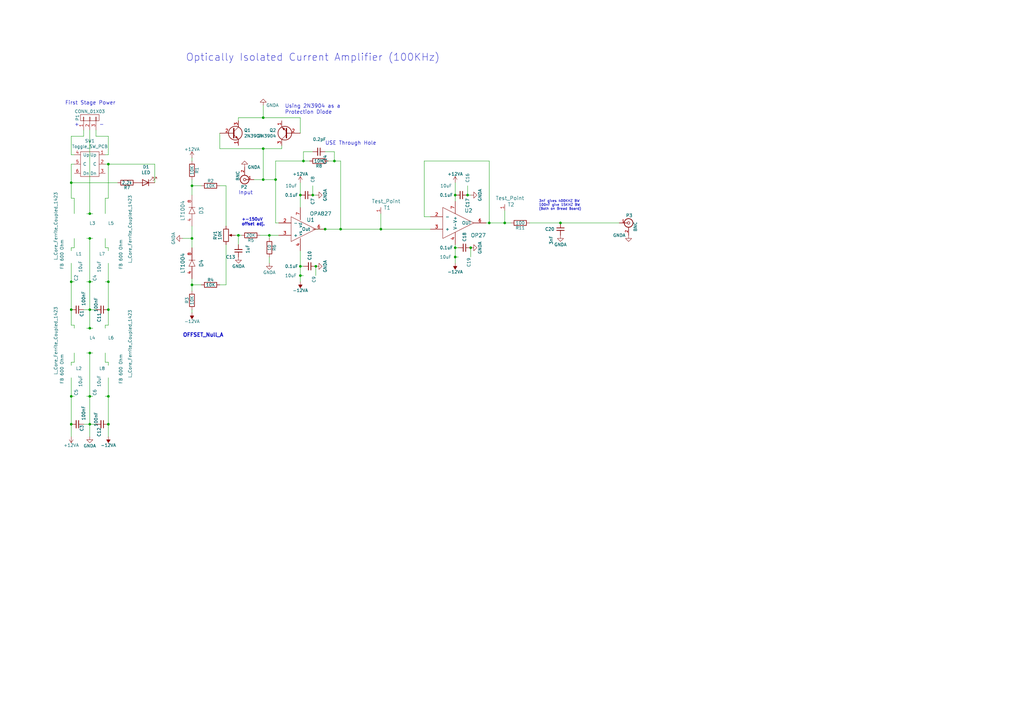
<source format=kicad_sch>
(kicad_sch (version 20211123) (generator eeschema)
  (paper "A3")
  (lib_symbols
    (symbol "Device:C_Small" (pin_numbers hide) (pin_names (offset 0.254) hide)
      (property "Reference" "C" (at 0.254 1.778 0))
      (property "Value" "C_Small" (at 0.254 -2.032 0))
      (symbol "C_Small_0_1"
        (polyline (pts (xy -1.524 -0.508) (xy 1.524 -0.508)) (stroke (width 0.3302)))
        (polyline (pts (xy -1.524 0.508) (xy 1.524 0.508)) (stroke (width 0.3048)))
      )
      (symbol "C_Small_1_1"
        (pin passive line (at 0 2.54 270) (length 2.032) (name "~") (number "1"))
        (pin passive line (at 0 -2.54 90) (length 2.032) (name "~") (number "2"))
      )
    )
    (symbol "Device:LED" (pin_numbers hide) (pin_names (offset 1.016) hide)
      (property "Reference" "D" (at 0 2.54 0))
      (property "Value" "LED" (at 0 -2.54 0))
      (symbol "LED_0_1"
        (polyline (pts (xy -1.27 -1.27) (xy -1.27 1.27)) (stroke (width 0.254)))
        (polyline (pts (xy -1.27 0) (xy 1.27 0)))
        (polyline (pts (xy 1.27 -1.27) (xy 1.27 1.27) (xy -1.27 0) (xy 1.27 -1.27)) (stroke (width 0.254)))
        (polyline (pts (xy -3.048 -0.762) (xy -4.572 -2.286) (xy -3.81 -2.286) (xy -4.572 -2.286) (xy -4.572 -1.524)))
        (polyline (pts (xy -1.778 -0.762) (xy -3.302 -2.286) (xy -2.54 -2.286) (xy -3.302 -2.286) (xy -3.302 -1.524)))
      )
      (symbol "LED_1_1"
        (pin passive line (at -3.81 0 0) (length 2.54) (name "K") (number "1"))
        (pin passive line (at 3.81 0 180) (length 2.54) (name "A") (number "2"))
      )
    )
    (symbol "Device:R" (pin_numbers hide) (pin_names (offset 0))
      (property "Reference" "R" (at 2.032 0 90))
      (property "Value" "R" (at 0 0 90))
      (symbol "R_0_1"
        (rectangle (start -1.016 -2.54) (end 1.016 2.54) (stroke (width 0.254)))
      )
      (symbol "R_1_1"
        (pin passive line (at 0 3.81 270) (length 1.27) (name "~") (number "1"))
        (pin passive line (at 0 -3.81 90) (length 1.27) (name "~") (number "2"))
      )
    )
    (symbol "LIB_TIA:LT1004" (pin_names (offset 1.016))
      (property "Reference" "D" (at 0 -3.81 0))
      (property "Value" "LT1004" (at 0 3.81 0))
      (symbol "LT1004_0_1"
        (polyline (pts (xy 1.27 1.27) (xy 1.27 -1.27) (xy 1.27 0) (xy -1.27 1.27) (xy -1.27 -1.27) (xy 1.27 0)))
      )
      (symbol "LT1004_1_1"
        (pin input line (at -6.35 0 0) (length 5.08) (name "~") (number "4"))
        (pin input line (at 6.35 0 180) (length 5.08) (name "~") (number "8"))
      )
    )
    (symbol "LIB_TIA:OP27" (pin_names (offset 1.016))
      (property "Reference" "U" (at 3.81 -3.81 0))
      (property "Value" "OP27" (at 3.81 5.08 0))
      (symbol "OP27_0_1"
        (polyline (pts (xy -5.08 6.35) (xy 7.62 0) (xy -5.08 -6.35) (xy -5.08 6.35)))
      )
      (symbol "OP27_1_1"
        (pin input line (at -10.16 2.54 0) (length 5.08) (name "-") (number "2"))
        (pin input line (at -10.16 -2.54 0) (length 5.08) (name "+") (number "3"))
        (pin input line (at 0 -8.89 90) (length 5.08) (name "V-") (number "4"))
        (pin input line (at 12.7 0 180) (length 5.08) (name "OUT") (number "6"))
        (pin input line (at 0 8.89 270) (length 5.08) (name "V+") (number "7"))
      )
    )
    (symbol "LIB_TIA:OPA827" (pin_names (offset 1.016))
      (property "Reference" "U" (at 3.81 3.81 0))
      (property "Value" "OPA827" (at 5.08 6.35 0))
      (symbol "OPA827_0_1"
        (polyline (pts (xy -3.81 5.08) (xy 6.35 0) (xy -3.81 -5.08) (xy -3.81 5.08)))
      )
      (symbol "OPA827_1_1"
        (pin input line (at -8.89 2.54 0) (length 5.08) (name "-") (number "2"))
        (pin input line (at -8.89 -2.54 0) (length 5.08) (name "+") (number "3"))
        (pin input line (at 0 -8.89 90) (length 5.08) (name "vs") (number "4"))
        (pin input line (at 10.16 0 180) (length 5.08) (name "Out") (number "6"))
        (pin input line (at 0 8.89 270) (length 5.08) (name "vd") (number "7"))
      )
    )
    (symbol "New_TIA-rescue:BNC" (pin_names (offset 1.016) hide)
      (property "Reference" "P" (at 0.254 3.048 0))
      (property "Value" "BNC" (at 2.794 -1.524 90))
      (symbol "BNC_0_1"
        (circle (center 0 0) (radius 0.508) (stroke (width 0.2032)))
        (circle (center 0 0) (radius 1.778) (stroke (width 0.3048)))
      )
      (symbol "BNC_1_1"
        (pin passive line (at -3.81 0 0) (length 3.302) (name "In") (number "1"))
        (pin passive line (at 0 -5.08 90) (length 3.302) (name "Ext") (number "2"))
      )
    )
    (symbol "New_TIA-rescue:CONN_01X03" (pin_names (offset 1.016) hide)
      (property "Reference" "P" (at 0 5.08 0))
      (property "Value" "CONN_01X03" (at 2.54 0 90))
      (symbol "CONN_01X03_0_1"
        (rectangle (start -1.27 -2.413) (end 0.254 -2.667))
        (rectangle (start -1.27 0.127) (end 0.254 -0.127))
        (rectangle (start -1.27 2.667) (end 0.254 2.413))
        (rectangle (start -1.27 3.81) (end 1.27 -3.81))
      )
      (symbol "CONN_01X03_1_1"
        (pin passive line (at -5.08 2.54 0) (length 3.81) (name "P1") (number "1"))
        (pin passive line (at -5.08 0 0) (length 3.81) (name "P2") (number "2"))
        (pin passive line (at -5.08 -2.54 0) (length 3.81) (name "P3") (number "3"))
      )
    )
    (symbol "New_TIA-rescue:POT" (pin_numbers hide) (pin_names (offset 1.016) hide)
      (property "Reference" "RV" (at -4.445 0 90))
      (property "Value" "POT" (at -2.54 0 90))
      (symbol "POT_0_1"
        (polyline (pts (xy 2.54 0) (xy 1.524 0)))
        (polyline (pts (xy 1.143 0) (xy 2.286 0.508) (xy 2.286 -0.508)) (fill (type outline)))
        (rectangle (start 1.016 2.54) (end -1.016 -2.54) (stroke (width 0.254)))
      )
      (symbol "POT_1_1"
        (pin passive line (at 0 3.81 270) (length 1.27) (name "1") (number "1"))
        (pin passive line (at 3.81 0 180) (length 1.27) (name "2") (number "2"))
        (pin passive line (at 0 -3.81 90) (length 1.27) (name "3") (number "3"))
      )
    )
    (symbol "New_TIA-rescue:Toggle_SW_PCB-YC_2021_Lib_V1" (pin_names (offset 1.016))
      (property "Reference" "SW" (at 0 -7.62 0))
      (property "Value" "Toggle_SW_PCB-YC_2021_Lib_V1" (at 0 6.35 0))
      (symbol "Toggle_SW_PCB-YC_2021_Lib_V1_0_1"
        (rectangle (start -3.81 3.81) (end 3.81 -6.35))
      )
      (symbol "Toggle_SW_PCB-YC_2021_Lib_V1_1_1"
        (pin input line (at 6.35 2.54 180) (length 2.54) (name "Up") (number "1"))
        (pin input line (at 6.35 -1.27 180) (length 2.54) (name "C") (number "2"))
        (pin input line (at 6.35 -5.08 180) (length 2.54) (name "Dn") (number "3"))
        (pin input line (at -6.35 2.54 0) (length 2.54) (name "Up") (number "4"))
        (pin input line (at -6.35 -1.27 0) (length 2.54) (name "C") (number "5"))
        (pin input line (at -6.35 -5.08 0) (length 2.54) (name "Dn") (number "6"))
      )
    )
    (symbol "Transistor_BJT:2N3904" (pin_names (offset 0) hide)
      (property "Reference" "Q" (at 5.08 1.905 0))
      (property "Value" "2N3904" (at 5.08 0 0))
      (symbol "2N3904_0_1"
        (polyline (pts (xy 0.635 0.635) (xy 2.54 2.54)))
        (polyline (pts (xy 0.635 -0.635) (xy 2.54 -2.54) (xy 2.54 -2.54)))
        (polyline (pts (xy 0.635 1.905) (xy 0.635 -1.905) (xy 0.635 -1.905)) (stroke (width 0.508)))
        (polyline (pts (xy 1.27 -1.778) (xy 1.778 -1.27) (xy 2.286 -2.286) (xy 1.27 -1.778) (xy 1.27 -1.778)) (fill (type outline)))
        (circle (center 1.27 0) (radius 2.8194) (stroke (width 0.254)))
      )
      (symbol "2N3904_1_1"
        (pin passive line (at 2.54 -5.08 90) (length 2.54) (name "E") (number "1"))
        (pin passive line (at -5.08 0 0) (length 5.715) (name "B") (number "2"))
        (pin passive line (at 2.54 5.08 270) (length 2.54) (name "C") (number "3"))
      )
    )
    (symbol "YC_2021_Lib_V1:Test_Point" (pin_names (offset 1.016))
      (property "Reference" "T" (at 0 -2.54 0))
      (property "Value" "Test_Point" (at 0 2.54 0))
      (symbol "Test_Point_1_1"
        (pin input line (at 0 0 0) (length 2.54) (name "~") (number "1"))
      )
    )
    (symbol "power:+12VA" (power) (pin_names (offset 0))
      (property "Value" "+12VA" (at 0 3.556 0))
      (symbol "+12VA_0_1"
        (polyline (pts (xy -0.762 1.27) (xy 0 2.54)))
        (polyline (pts (xy 0 0) (xy 0 2.54)))
        (polyline (pts (xy 0 2.54) (xy 0.762 1.27)))
      )
      (symbol "+12VA_1_1"
        (pin power_in line (at 0 0 90) (length 0) hide (name "+12VA") (number "1"))
      )
    )
    (symbol "power:-12VA" (power) (pin_names (offset 0))
      (property "Value" "-12VA" (at 0 3.556 0))
      (symbol "-12VA_0_0"
        (pin power_in line (at 0 0 90) (length 0) hide (name "-12VA") (number "1"))
      )
      (symbol "-12VA_0_1"
        (polyline (pts (xy 0 0) (xy 0 1.27) (xy 0.762 1.27) (xy 0 2.54) (xy -0.762 1.27) (xy 0 1.27)) (fill (type outline)))
      )
    )
    (symbol "power:GNDA" (power) (pin_names (offset 0))
      (property "Value" "GNDA" (at 0 -3.81 0))
      (symbol "GNDA_0_1"
        (polyline (pts (xy 0 0) (xy 0 -1.27) (xy 1.27 -1.27) (xy 0 -2.54) (xy -1.27 -1.27) (xy 0 -1.27)))
      )
      (symbol "GNDA_1_1"
        (pin power_in line (at 0 0 270) (length 0) hide (name "GNDA") (number "1"))
      )
    )
  )
  (junction (at 186.69 105.41))
  (junction (at 107.95 73.66))
  (junction (at 186.69 80.01))
  (junction (at 113.03 73.66))
  (junction (at 29.21 173.99))
  (junction (at 36.83 115.57))
  (junction (at 193.04 101.6))
  (junction (at 44.45 115.57))
  (junction (at 229.87 91.44))
  (junction (at 200.66 91.44))
  (junction (at 139.7 93.98))
  (junction (at 78.74 97.79))
  (junction (at 36.83 144.78))
  (junction (at 36.83 127))
  (junction (at 123.19 80.01))
  (junction (at 97.79 96.52))
  (junction (at 44.45 162.56))
  (junction (at 129.54 109.22))
  (junction (at 107.95 60.96))
  (junction (at 133.35 93.98))
  (junction (at 207.01 91.44))
  (junction (at 137.16 66.04))
  (junction (at 110.49 96.52))
  (junction (at 156.21 93.98))
  (junction (at 123.19 109.22))
  (junction (at 107.95 48.26))
  (junction (at 44.45 67.31))
  (junction (at 78.74 116.84))
  (junction (at 186.69 101.6))
  (junction (at 128.27 80.01))
  (junction (at 44.45 173.99))
  (junction (at 123.19 113.03))
  (junction (at 36.83 134.62))
  (junction (at 29.21 127))
  (junction (at 36.83 173.99))
  (junction (at 36.83 87.63))
  (junction (at 29.21 115.57))
  (junction (at 78.74 76.2))
  (junction (at 36.83 97.79))
  (junction (at 29.21 162.56))
  (junction (at 36.83 162.56))
  (junction (at 191.77 80.01))
  (junction (at 124.46 66.04))
  (junction (at 44.45 127))
  (junction (at 29.21 74.93))
  (wire (pts (xy 43.18 148.59) (xy 44.45 148.59)))
  (wire (pts (xy 44.45 162.56) (xy 44.45 173.99)))
  (wire (pts (xy 123.19 102.87) (xy 123.19 109.22)))
  (wire (pts (xy 30.48 133.35) (xy 30.48 134.62)))
  (wire (pts (xy 176.53 88.9) (xy 173.99 88.9)))
  (wire (pts (xy 36.83 162.56) (xy 36.83 173.99)))
  (wire (pts (xy 43.18 144.78) (xy 43.18 148.59)))
  (wire (pts (xy 30.48 81.28) (xy 29.21 81.28)))
  (wire (pts (xy 35.56 87.63) (xy 36.83 87.63)))
  (wire (pts (xy 36.83 162.56) (xy 38.1 162.56)))
  (wire (pts (xy 104.14 73.66) (xy 107.95 73.66)))
  (wire (pts (xy 110.49 96.52) (xy 114.3 96.52)))
  (wire (pts (xy 107.95 73.66) (xy 113.03 73.66)))
  (wire (pts (xy 199.39 91.44) (xy 200.66 91.44)))
  (wire (pts (xy 35.56 162.56) (xy 36.83 162.56)))
  (wire (pts (xy 186.69 74.93) (xy 186.69 80.01)))
  (wire (pts (xy 29.21 107.95) (xy 29.21 115.57)))
  (wire (pts (xy 78.74 76.2) (xy 78.74 80.01)))
  (wire (pts (xy 35.56 115.57) (xy 36.83 115.57)))
  (wire (pts (xy 97.79 48.26) (xy 107.95 48.26)))
  (wire (pts (xy 115.57 59.69) (xy 115.57 60.96)))
  (wire (pts (xy 29.21 162.56) (xy 29.21 173.99)))
  (wire (pts (xy 29.21 148.59) (xy 29.21 149.86)))
  (wire (pts (xy 113.03 73.66) (xy 113.03 91.44)))
  (wire (pts (xy 35.56 134.62) (xy 36.83 134.62)))
  (wire (pts (xy 137.16 62.23) (xy 137.16 66.04)))
  (wire (pts (xy 191.77 76.2) (xy 191.77 80.01)))
  (wire (pts (xy 30.48 97.79) (xy 30.48 101.6)))
  (wire (pts (xy 39.37 55.88) (xy 44.45 55.88)))
  (wire (pts (xy 123.19 109.22) (xy 124.46 109.22)))
  (wire (pts (xy 30.48 162.56) (xy 29.21 162.56)))
  (wire (pts (xy 44.45 173.99) (xy 44.45 179.07)))
  (wire (pts (xy 44.45 63.5) (xy 43.18 63.5)))
  (wire (pts (xy 44.45 148.59) (xy 44.45 149.86)))
  (wire (pts (xy 44.45 107.95) (xy 44.45 115.57)))
  (wire (pts (xy 29.21 67.31) (xy 29.21 74.93)))
  (wire (pts (xy 115.57 60.96) (xy 107.95 60.96)))
  (wire (pts (xy 63.5 67.31) (xy 63.5 74.93)))
  (wire (pts (xy 129.54 113.03) (xy 129.54 109.22)))
  (wire (pts (xy 124.46 62.23) (xy 124.46 66.04)))
  (wire (pts (xy 96.52 96.52) (xy 97.79 96.52)))
  (wire (pts (xy 123.19 113.03) (xy 124.46 113.03)))
  (wire (pts (xy 36.83 53.34) (xy 36.83 87.63)))
  (wire (pts (xy 90.17 54.61) (xy 90.17 60.96)))
  (wire (pts (xy 29.21 127) (xy 29.21 133.35)))
  (wire (pts (xy 123.19 74.93) (xy 123.19 80.01)))
  (wire (pts (xy 78.74 116.84) (xy 78.74 119.38)))
  (wire (pts (xy 35.56 97.79) (xy 36.83 97.79)))
  (wire (pts (xy 128.27 62.23) (xy 124.46 62.23)))
  (wire (pts (xy 128.27 76.2) (xy 128.27 80.01)))
  (wire (pts (xy 217.17 91.44) (xy 229.87 91.44)))
  (wire (pts (xy 107.95 48.26) (xy 123.19 48.26)))
  (wire (pts (xy 107.95 60.96) (xy 107.95 73.66)))
  (wire (pts (xy 92.71 76.2) (xy 92.71 92.71)))
  (wire (pts (xy 35.56 144.78) (xy 36.83 144.78)))
  (wire (pts (xy 43.18 97.79) (xy 43.18 101.6)))
  (wire (pts (xy 34.29 55.88) (xy 34.29 53.34)))
  (wire (pts (xy 29.21 133.35) (xy 30.48 133.35)))
  (wire (pts (xy 123.19 48.26) (xy 123.19 54.61)))
  (wire (pts (xy 43.18 67.31) (xy 44.45 67.31)))
  (wire (pts (xy 90.17 76.2) (xy 92.71 76.2)))
  (wire (pts (xy 43.18 81.28) (xy 44.45 81.28)))
  (wire (pts (xy 30.48 148.59) (xy 29.21 148.59)))
  (wire (pts (xy 229.87 91.44) (xy 254 91.44)))
  (wire (pts (xy 29.21 101.6) (xy 29.21 102.87)))
  (wire (pts (xy 78.74 97.79) (xy 78.74 101.6)))
  (wire (pts (xy 186.69 105.41) (xy 186.69 107.95)))
  (wire (pts (xy 173.99 66.04) (xy 200.66 66.04)))
  (wire (pts (xy 30.48 101.6) (xy 29.21 101.6)))
  (wire (pts (xy 78.74 76.2) (xy 82.55 76.2)))
  (wire (pts (xy 186.69 100.33) (xy 186.69 101.6)))
  (wire (pts (xy 92.71 116.84) (xy 92.71 100.33)))
  (wire (pts (xy 43.18 115.57) (xy 44.45 115.57)))
  (wire (pts (xy 90.17 116.84) (xy 92.71 116.84)))
  (wire (pts (xy 48.26 74.93) (xy 29.21 74.93)))
  (wire (pts (xy 29.21 55.88) (xy 29.21 63.5)))
  (wire (pts (xy 193.04 105.41) (xy 193.04 101.6)))
  (wire (pts (xy 36.83 127) (xy 36.83 134.62)))
  (wire (pts (xy 207.01 91.44) (xy 209.55 91.44)))
  (wire (pts (xy 200.66 66.04) (xy 200.66 91.44)))
  (wire (pts (xy 128.27 80.01) (xy 129.54 80.01)))
  (wire (pts (xy 129.54 93.98) (xy 133.35 93.98)))
  (wire (pts (xy 29.21 173.99) (xy 29.21 179.07)))
  (wire (pts (xy 36.83 97.79) (xy 36.83 115.57)))
  (wire (pts (xy 43.18 101.6) (xy 44.45 101.6)))
  (wire (pts (xy 134.62 66.04) (xy 137.16 66.04)))
  (wire (pts (xy 30.48 115.57) (xy 29.21 115.57)))
  (wire (pts (xy 44.45 67.31) (xy 44.45 81.28)))
  (wire (pts (xy 97.79 96.52) (xy 99.06 96.52)))
  (wire (pts (xy 133.35 62.23) (xy 137.16 62.23)))
  (wire (pts (xy 44.45 133.35) (xy 43.18 133.35)))
  (wire (pts (xy 186.69 101.6) (xy 187.96 101.6)))
  (wire (pts (xy 30.48 144.78) (xy 30.48 148.59)))
  (wire (pts (xy 78.74 116.84) (xy 82.55 116.84)))
  (wire (pts (xy 110.49 105.41) (xy 110.49 107.95)))
  (wire (pts (xy 29.21 115.57) (xy 29.21 127)))
  (wire (pts (xy 36.83 173.99) (xy 36.83 179.07)))
  (wire (pts (xy 186.69 105.41) (xy 187.96 105.41)))
  (wire (pts (xy 191.77 80.01) (xy 193.04 80.01)))
  (wire (pts (xy 30.48 67.31) (xy 29.21 67.31)))
  (wire (pts (xy 44.45 67.31) (xy 63.5 67.31)))
  (wire (pts (xy 139.7 93.98) (xy 156.21 93.98)))
  (wire (pts (xy 34.29 173.99) (xy 36.83 173.99)))
  (wire (pts (xy 186.69 101.6) (xy 186.69 105.41)))
  (wire (pts (xy 78.74 73.66) (xy 78.74 76.2)))
  (wire (pts (xy 29.21 63.5) (xy 30.48 63.5)))
  (wire (pts (xy 43.18 162.56) (xy 44.45 162.56)))
  (wire (pts (xy 39.37 53.34) (xy 39.37 55.88)))
  (wire (pts (xy 113.03 66.04) (xy 113.03 73.66)))
  (wire (pts (xy 44.45 55.88) (xy 44.45 63.5)))
  (wire (pts (xy 36.83 115.57) (xy 36.83 127)))
  (wire (pts (xy 43.18 87.63) (xy 43.18 81.28)))
  (wire (pts (xy 186.69 80.01) (xy 186.69 82.55)))
  (wire (pts (xy 44.45 127) (xy 44.45 133.35)))
  (wire (pts (xy 74.93 97.79) (xy 78.74 97.79)))
  (wire (pts (xy 29.21 154.94) (xy 29.21 162.56)))
  (wire (pts (xy 200.66 91.44) (xy 207.01 91.44)))
  (wire (pts (xy 36.83 144.78) (xy 36.83 162.56)))
  (wire (pts (xy 29.21 74.93) (xy 29.21 81.28)))
  (wire (pts (xy 139.7 66.04) (xy 139.7 93.98)))
  (wire (pts (xy 30.48 81.28) (xy 30.48 87.63)))
  (wire (pts (xy 78.74 64.77) (xy 78.74 66.04)))
  (wire (pts (xy 123.19 80.01) (xy 123.19 85.09)))
  (wire (pts (xy 78.74 128.27) (xy 78.74 127)))
  (wire (pts (xy 137.16 66.04) (xy 139.7 66.04)))
  (wire (pts (xy 173.99 88.9) (xy 173.99 66.04)))
  (wire (pts (xy 90.17 60.96) (xy 107.95 60.96)))
  (wire (pts (xy 44.45 154.94) (xy 44.45 162.56)))
  (wire (pts (xy 123.19 113.03) (xy 123.19 115.57)))
  (wire (pts (xy 36.83 144.78) (xy 38.1 144.78)))
  (wire (pts (xy 36.83 134.62) (xy 38.1 134.62)))
  (wire (pts (xy 36.83 97.79) (xy 38.1 97.79)))
  (wire (pts (xy 207.01 86.36) (xy 207.01 91.44)))
  (wire (pts (xy 123.19 109.22) (xy 123.19 113.03)))
  (wire (pts (xy 36.83 87.63) (xy 38.1 87.63)))
  (wire (pts (xy 34.29 127) (xy 36.83 127)))
  (wire (pts (xy 97.79 100.33) (xy 97.79 96.52)))
  (wire (pts (xy 36.83 115.57) (xy 38.1 115.57)))
  (wire (pts (xy 36.83 127) (xy 39.37 127)))
  (wire (pts (xy 133.35 93.98) (xy 139.7 93.98)))
  (wire (pts (xy 34.29 55.88) (xy 29.21 55.88)))
  (wire (pts (xy 107.95 43.18) (xy 107.95 48.26)))
  (wire (pts (xy 97.79 49.53) (xy 97.79 48.26)))
  (wire (pts (xy 113.03 66.04) (xy 124.46 66.04)))
  (wire (pts (xy 156.21 87.63) (xy 156.21 93.98)))
  (wire (pts (xy 124.46 66.04) (xy 127 66.04)))
  (wire (pts (xy 43.18 133.35) (xy 43.18 134.62)))
  (wire (pts (xy 106.68 96.52) (xy 110.49 96.52)))
  (wire (pts (xy 44.45 115.57) (xy 44.45 127)))
  (wire (pts (xy 113.03 91.44) (xy 114.3 91.44)))
  (wire (pts (xy 110.49 96.52) (xy 110.49 97.79)))
  (wire (pts (xy 156.21 93.98) (xy 176.53 93.98)))
  (wire (pts (xy 78.74 92.71) (xy 78.74 97.79)))
  (wire (pts (xy 44.45 101.6) (xy 44.45 102.87)))
  (wire (pts (xy 36.83 173.99) (xy 39.37 173.99)))
  (wire (pts (xy 78.74 114.3) (xy 78.74 116.84)))
  (text "Using 2N3904 as a \nProtection Diode" (at 116.84 46.99 0) (effects (font (size 1.524 1.524)) (justify left bottom)))
  (text "3nF gives 400KHZ BW \n100nF give 15KHZ BW\n(Both on Bread Board)" (at 220.98 86.36 0) (effects (font (size 0.9906 0.9906)) (justify left bottom)))
  (text "Input" (at 97.79 80.01 0) (effects (font (size 1.524 1.524)) (justify left bottom)))
  (text "Optically Isolated Current Amplifier (100KHz)" (at 76.2 25.4 0) (effects (font (size 2.9972 2.9972)) (justify left bottom)))
  (text "+" (at 30.48 52.07 0) (effects (font (size 1.524 1.524)) (justify left bottom)))
  (text "+-150uV \noffset adj." (at 99.06 92.71 0) (effects (font (size 1.1938 1.1938) (thickness 0.2388) bold) (justify left bottom)))
  (text "OFFSET_Null_A" (at 74.93 138.43 0) (effects (font (size 1.524 1.524) (thickness 0.3048) bold) (justify left bottom)))
  (text "First Stage Power" (at 26.67 43.18 0) (effects (font (size 1.524 1.524)) (justify left bottom)))
  (text "-" (at 40.64 52.07 0) (effects (font (size 1.524 1.524)) (justify left bottom)))
  (text "USE Through Hole" (at 133.35 59.69 0) (effects (font (size 1.524 1.524)) (justify left bottom)))
  (symbol (lib_id "New_TIA-rescue:POT") (at 92.71 96.52 0) (unit 1)
    (property "Reference" "RV1" (at 88.265 96.52 90))
    (property "Value" "10K" (at 90.17 96.52 90))
    (property "Footprint" "Potentiometer_THT:Potentiometer_Bourns_3296X_Horizontal" (effects hide))
  )
  (symbol (lib_id "Device:R") (at 86.36 76.2 90) (unit 1)
    (property "Reference" "R2" (at 86.36 74.168 90))
    (property "Value" "10K" (at 86.36 76.2 90))
    (property "Footprint" "Resistor_SMD:R_0805_2012Metric" (effects hide))
  )
  (symbol (lib_id "Device:R") (at 86.36 116.84 90) (unit 1)
    (property "Reference" "R4" (at 86.36 114.808 90))
    (property "Value" "10K" (at 86.36 116.84 90))
    (property "Footprint" "Resistor_SMD:R_0805_2012Metric" (effects hide))
  )
  (symbol (lib_id "New_TIA-rescue:CONN_01X03") (at 36.83 48.26 90) (unit 1)
    (property "Reference" "P1" (at 31.75 48.26 0))
    (property "Value" "CONN_01X03" (at 36.83 45.72 90))
    (property "Footprint" "Connector_PinHeader_2.54mm:PinHeader_1x03_P2.54mm_Vertical" (effects hide))
  )
  (symbol (lib_id "New_TIA-rescue:CP1_Small-Device") (at 33.02 115.57 90) (unit 1)
    (property "Reference" "C2" (at 31.242 115.316 0) (effects (justify left)))
    (property "Value" "10uF" (at 33.02 111.76 0) (effects (justify left)))
    (property "Footprint" "YC_FootPrint_2021_v1:C_1210_POL_Mine" (effects hide))
  )
  (symbol (lib_id "New_TIA-rescue:CP1_Small-Device") (at 40.64 115.57 90) (unit 1)
    (property "Reference" "C4" (at 38.862 115.316 0) (effects (justify left)))
    (property "Value" "10uF" (at 40.64 111.76 0) (effects (justify left)))
    (property "Footprint" "YC_FootPrint_2021_v1:C_1210_POL_Mine" (effects hide))
  )
  (symbol (lib_id "power:+12VA") (at 78.74 64.77 0) (unit 1)
    (property "Reference" "#PWR04" (effects hide))
    (property "Value" "+12VA" (at 78.74 61.214 0))
  )
  (symbol (lib_id "power:-12VA") (at 78.74 128.27 180) (unit 1)
    (property "Reference" "#PWR05" (effects hide))
    (property "Value" "-12VA" (at 78.74 131.826 0))
  )
  (symbol (lib_id "power:GNDA") (at 74.93 97.79 270) (unit 1)
    (property "Reference" "#PWR06" (effects hide))
    (property "Value" "GNDA" (at 71.12 97.79 0))
  )
  (symbol (lib_id "Device:R") (at 102.87 96.52 270) (unit 1)
    (property "Reference" "R5" (at 102.87 98.552 90))
    (property "Value" "20K" (at 102.87 96.52 90))
    (property "Footprint" "Resistor_SMD:R_1206_3216Metric" (effects hide))
  )
  (symbol (lib_id "Device:R") (at 110.49 101.6 0) (unit 1)
    (property "Reference" "R6" (at 112.522 101.6 90))
    (property "Value" "10" (at 110.49 101.6 90))
    (property "Footprint" "Resistor_SMD:R_1206_3216Metric" (effects hide))
  )
  (symbol (lib_id "power:GNDA") (at 110.49 107.95 0) (unit 1)
    (property "Reference" "#PWR08" (effects hide))
    (property "Value" "GNDA" (at 110.49 111.76 0))
  )
  (symbol (lib_id "New_TIA-rescue:BNC") (at 100.33 73.66 180) (unit 1)
    (property "Reference" "P2" (at 100.076 76.708 0))
    (property "Value" "BNC" (at 97.536 72.136 90))
    (property "Footprint" "YC_FootPrint_2021_v1:BNC_PCB_90degree" (effects hide))
  )
  (symbol (lib_id "power:GNDA") (at 129.54 80.01 90) (unit 1)
    (property "Reference" "#PWR09" (effects hide))
    (property "Value" "GNDA" (at 133.35 80.01 0))
  )
  (symbol (lib_id "Device:C_Small") (at 125.73 80.01 270) (unit 1)
    (property "Reference" "C7" (at 128.27 81.28 0) (effects (justify left)))
    (property "Value" "0.1uF" (at 116.84 80.01 90) (effects (justify left)))
    (property "Footprint" "Capacitor_SMD:C_0805_2012Metric" (effects hide))
  )
  (symbol (lib_id "New_TIA-rescue:CP1_Small-Device") (at 127 113.03 270) (unit 1)
    (property "Reference" "C9" (at 128.778 113.284 0) (effects (justify left)))
    (property "Value" "10uF" (at 116.84 113.03 90) (effects (justify left)))
    (property "Footprint" "YC_FootPrint_2021_v1:C_1210_POL_Mine" (effects hide))
  )
  (symbol (lib_id "New_TIA-rescue:CP1_Small-Device") (at 125.73 76.2 90) (unit 1)
    (property "Reference" "C8" (at 128.27 74.93 0) (effects (justify left)))
    (property "Value" "10uF" (at 121.92 76.2 90) (effects (justify left)))
    (property "Footprint" "YC_FootPrint_2021_v1:C_1210_POL_Mine" (effects hide))
  )
  (symbol (lib_id "Device:C_Small") (at 127 109.22 270) (unit 1)
    (property "Reference" "C10" (at 127 102.87 0) (effects (justify left)))
    (property "Value" "0.1uF" (at 116.84 109.22 90) (effects (justify left)))
    (property "Footprint" "Capacitor_SMD:C_0805_2012Metric" (effects hide))
  )
  (symbol (lib_id "power:GNDA") (at 129.54 109.22 90) (unit 1)
    (property "Reference" "#PWR010" (effects hide))
    (property "Value" "GNDA" (at 133.35 109.22 0))
  )
  (symbol (lib_id "power:+12VA") (at 123.19 74.93 0) (unit 1)
    (property "Reference" "#PWR011" (effects hide))
    (property "Value" "+12VA" (at 123.19 71.374 0))
  )
  (symbol (lib_id "power:-12VA") (at 123.19 115.57 180) (unit 1)
    (property "Reference" "#PWR012" (effects hide))
    (property "Value" "-12VA" (at 123.19 119.126 0))
  )
  (symbol (lib_id "Device:R") (at 78.74 123.19 180) (unit 1)
    (property "Reference" "R3" (at 76.708 123.19 90))
    (property "Value" "10K" (at 78.74 123.19 90))
    (property "Footprint" "Resistor_SMD:R_0805_2012Metric" (effects hide))
  )
  (symbol (lib_id "Device:R") (at 78.74 69.85 0) (unit 1)
    (property "Reference" "R1" (at 80.772 69.85 90))
    (property "Value" "10K" (at 78.74 69.85 90))
    (property "Footprint" "Resistor_SMD:R_0805_2012Metric" (effects hide))
  )
  (symbol (lib_id "power:GNDA") (at 100.33 68.58 180) (unit 1)
    (property "Reference" "#PWR014" (effects hide))
    (property "Value" "GNDA" (at 104.14 68.58 0))
  )
  (symbol (lib_id "LIB_TIA:LT1004") (at 78.74 86.36 90) (unit 1)
    (property "Reference" "D3" (at 82.55 86.36 0) (effects (font (size 1.524 1.524))))
    (property "Value" "LT1004" (at 74.93 86.36 0) (effects (font (size 1.524 1.524))))
    (property "Footprint" "Package_SO:SOIC-8_3.9x4.9mm_P1.27mm" (effects hide))
  )
  (symbol (lib_id "LIB_TIA:LT1004") (at 78.74 107.95 90) (unit 1)
    (property "Reference" "D4" (at 82.55 107.95 0) (effects (font (size 1.524 1.524))))
    (property "Value" "LT1004" (at 74.93 107.95 0) (effects (font (size 1.524 1.524))))
    (property "Footprint" "Package_SO:SOIC-8_3.9x4.9mm_P1.27mm" (effects hide))
  )
  (symbol (lib_id "power:GNDA") (at 107.95 43.18 180) (unit 1)
    (property "Reference" "#PWR036" (effects hide))
    (property "Value" "GNDA" (at 111.76 43.18 0))
  )
  (symbol (lib_id "Device:R") (at 130.81 66.04 270) (unit 1)
    (property "Reference" "R8" (at 130.81 68.072 90))
    (property "Value" "10M" (at 130.81 66.04 90))
    (property "Footprint" "Resistor_THT:R_Box_L13.0mm_W4.0mm_P9.00mm" (effects hide))
  )
  (symbol (lib_id "Device:C_Small") (at 130.81 62.23 270) (unit 1)
    (property "Reference" "C14" (at 133.35 63.5 0) (effects (justify left)))
    (property "Value" "0.2pF" (at 128.27 57.15 90) (effects (justify left)))
    (property "Footprint" "Capacitor_SMD:C_1206_3216Metric" (effects hide))
  )
  (symbol (lib_id "New_TIA-rescue:Ferrite_Bead_Small-Device") (at 44.45 105.41 0) (unit 1)
    (property "Reference" "L7" (at 40.64 104.14 0) (effects (justify left)))
    (property "Value" "FB 600 Ohm" (at 49.53 110.49 90) (effects (justify left)))
    (property "Footprint" "Resistor_SMD:R_0805_2012Metric" (effects hide))
  )
  (symbol (lib_id "New_TIA-rescue:Ferrite_Bead_Small-Device") (at 29.21 105.41 0) (unit 1)
    (property "Reference" "L1" (at 31.115 104.14 0) (effects (justify left)))
    (property "Value" "FB 600 Ohm" (at 25.4 110.49 90) (effects (justify left)))
    (property "Footprint" "Resistor_SMD:R_0805_2012Metric" (effects hide))
  )
  (symbol (lib_id "Device:C_Small") (at 41.91 127 270) (unit 1)
    (property "Reference" "C11" (at 40.64 128.27 0) (effects (justify left)))
    (property "Value" "100nF" (at 39.37 121.92 0) (effects (justify left)))
    (property "Footprint" "Capacitor_SMD:C_0805_2012Metric" (effects hide))
  )
  (symbol (lib_id "Device:C_Small") (at 31.75 127 270) (unit 1)
    (property "Reference" "C1" (at 33.528 127.254 0) (effects (justify left)))
    (property "Value" "100nF" (at 34.29 119.38 0) (effects (justify left)))
    (property "Footprint" "Capacitor_SMD:C_0805_2012Metric" (effects hide))
  )
  (symbol (lib_id "New_TIA-rescue:L_Core_Ferrite_Coupled_1423-Device") (at 33.02 92.71 270) (unit 1)
    (property "Reference" "L3" (at 36.6776 91.5416 90) (effects (justify left)))
    (property "Value" "L_Core_Ferrite_Coupled_1423" (at 22.86 78.74 0) (effects (justify left)))
    (property "Footprint" "YC_FootPrint_2021_v1:Murata_Choke_1423" (effects hide))
  )
  (symbol (lib_id "New_TIA-rescue:L_Core_Ferrite_Coupled_1423-Device") (at 40.64 92.71 270) (unit 1)
    (property "Reference" "L5" (at 44.2976 91.5416 90) (effects (justify left)))
    (property "Value" "L_Core_Ferrite_Coupled_1423" (at 53.34 80.01 0) (effects (justify left)))
    (property "Footprint" "YC_FootPrint_2021_v1:Murata_Choke_1423" (effects hide))
  )
  (symbol (lib_id "LIB_TIA:OP27") (at 186.69 91.44 0) (unit 1)
    (property "Reference" "U2" (at 190.5 86.36 0) (effects (font (size 1.524 1.524)) (justify left)))
    (property "Value" "OP27" (at 193.04 96.52 0) (effects (font (size 1.524 1.524)) (justify left)))
    (property "Footprint" "Package_SO:SOIC-8_3.9x4.9mm_P1.27mm" (effects hide))
  )
  (symbol (lib_id "Device:C_Small") (at 97.79 102.87 180) (unit 1)
    (property "Reference" "C13" (at 96.52 105.41 0) (effects (justify left)))
    (property "Value" "1uF" (at 101.6 100.33 90) (effects (justify left)))
    (property "Footprint" "Capacitor_SMD:C_1206_3216Metric" (effects hide))
  )
  (symbol (lib_id "power:GNDA") (at 97.79 105.41 0) (unit 1)
    (property "Reference" "#PWR0101" (effects hide))
    (property "Value" "GNDA" (at 97.79 109.22 0))
  )
  (symbol (lib_id "power:GNDA") (at 193.04 80.01 90) (unit 1)
    (property "Reference" "#PWR0102" (effects hide))
    (property "Value" "GNDA" (at 196.85 80.01 0))
  )
  (symbol (lib_id "Device:C_Small") (at 189.23 80.01 270) (unit 1)
    (property "Reference" "C17" (at 191.77 81.28 0) (effects (justify left)))
    (property "Value" "0.1uF" (at 180.34 80.01 90) (effects (justify left)))
    (property "Footprint" "Capacitor_SMD:C_0805_2012Metric" (effects hide))
  )
  (symbol (lib_id "New_TIA-rescue:CP1_Small-Device") (at 189.23 76.2 90) (unit 1)
    (property "Reference" "C16" (at 191.77 74.93 0) (effects (justify left)))
    (property "Value" "10uF" (at 185.42 76.2 90) (effects (justify left)))
    (property "Footprint" "YC_FootPrint_2021_v1:C_1210_POL_Mine" (effects hide))
  )
  (symbol (lib_id "power:+12VA") (at 186.69 74.93 0) (unit 1)
    (property "Reference" "#PWR0103" (effects hide))
    (property "Value" "+12VA" (at 186.69 71.374 0))
  )
  (symbol (lib_id "New_TIA-rescue:CP1_Small-Device") (at 190.5 105.41 270) (unit 1)
    (property "Reference" "C19" (at 192.278 105.664 0) (effects (justify left)))
    (property "Value" "10uF" (at 180.34 105.41 90) (effects (justify left)))
    (property "Footprint" "YC_FootPrint_2021_v1:C_1210_POL_Mine" (effects hide))
  )
  (symbol (lib_id "Device:C_Small") (at 190.5 101.6 270) (unit 1)
    (property "Reference" "C18" (at 190.5 95.25 0) (effects (justify left)))
    (property "Value" "0.1uF" (at 180.34 101.6 90) (effects (justify left)))
    (property "Footprint" "Capacitor_SMD:C_0805_2012Metric" (effects hide))
  )
  (symbol (lib_id "power:GNDA") (at 193.04 101.6 90) (unit 1)
    (property "Reference" "#PWR0106" (effects hide))
    (property "Value" "GNDA" (at 196.85 101.6 0))
  )
  (symbol (lib_id "power:-12VA") (at 186.69 107.95 180) (unit 1)
    (property "Reference" "#PWR0104" (effects hide))
    (property "Value" "-12VA" (at 186.69 111.506 0))
  )
  (symbol (lib_id "Device:C_Small") (at 229.87 93.98 0) (unit 1)
    (property "Reference" "C20" (at 223.52 93.98 0) (effects (justify left)))
    (property "Value" "3nF" (at 226.06 100.33 90) (effects (justify left)))
    (property "Footprint" "Capacitor_SMD:C_0805_2012Metric" (effects hide))
  )
  (symbol (lib_id "New_TIA-rescue:BNC") (at 257.81 91.44 0) (unit 1)
    (property "Reference" "P3" (at 258.064 88.392 0))
    (property "Value" "BNC" (at 260.604 92.964 90))
    (property "Footprint" "YC_FootPrint_2021_v1:BNC_PCB_90degree" (effects hide))
  )
  (symbol (lib_id "power:GNDA") (at 229.87 96.52 0) (unit 1)
    (property "Reference" "#PWR0108" (effects hide))
    (property "Value" "GNDA" (at 229.87 100.33 0))
  )
  (symbol (lib_id "power:GNDA") (at 257.81 96.52 0) (unit 1)
    (property "Reference" "#PWR0105" (effects hide))
    (property "Value" "GNDA" (at 254 96.52 0))
  )
  (symbol (lib_id "Transistor_BJT:2N3904") (at 95.25 54.61 0) (unit 1)
    (property "Reference" "Q1" (at 100.076 53.4416 0) (effects (justify left)))
    (property "Value" "2N3904" (at 100.076 55.753 0) (effects (justify left)))
    (property "Footprint" "Package_TO_SOT_THT:TO-92_Inline" (effects hide))
    (property "Datasheet" "https://www.onsemi.com/pub/Collateral/2N3903-D.PDF" (effects hide))
  )
  (symbol (lib_id "Transistor_BJT:2N3904") (at 118.11 54.61 180) (unit 1)
    (property "Reference" "Q2" (at 113.2586 53.4416 0) (effects (justify left)))
    (property "Value" "2N3904" (at 113.2586 55.753 0) (effects (justify left)))
    (property "Footprint" "Package_TO_SOT_THT:TO-92_Inline" (effects hide))
    (property "Datasheet" "https://www.onsemi.com/pub/Collateral/2N3903-D.PDF" (effects hide))
  )
  (symbol (lib_id "YC_2021_Lib_V1:Test_Point") (at 156.21 87.63 90) (unit 1)
    (property "Reference" "T1" (at 157.3276 85.1916 90) (effects (font (size 1.524 1.524)) (justify right)))
    (property "Value" "Test_Point" (at 152.4 82.55 90) (effects (font (size 1.524 1.524)) (justify right)))
    (property "Footprint" "Connector_Pin:Pin_D1.0mm_L10.0mm" (effects hide))
  )
  (symbol (lib_id "YC_2021_Lib_V1:Test_Point") (at 207.01 86.36 90) (unit 1)
    (property "Reference" "T2" (at 208.1276 83.9216 90) (effects (font (size 1.524 1.524)) (justify right)))
    (property "Value" "Test_Point" (at 203.2 81.28 90) (effects (font (size 1.524 1.524)) (justify right)))
    (property "Footprint" "Connector_Pin:Pin_D1.0mm_L10.0mm" (effects hide))
  )
  (symbol (lib_id "New_TIA-rescue:CP1_Small-Device") (at 33.02 162.56 90) (unit 1)
    (property "Reference" "C5" (at 31.242 162.306 0) (effects (justify left)))
    (property "Value" "10uF" (at 33.02 158.75 0) (effects (justify left)))
    (property "Footprint" "YC_FootPrint_2021_v1:C_1210_POL_Mine" (effects hide))
  )
  (symbol (lib_id "New_TIA-rescue:CP1_Small-Device") (at 40.64 162.56 90) (unit 1)
    (property "Reference" "C6" (at 38.862 162.306 0) (effects (justify left)))
    (property "Value" "10uF" (at 40.64 158.75 0) (effects (justify left)))
    (property "Footprint" "YC_FootPrint_2021_v1:C_1210_POL_Mine" (effects hide))
  )
  (symbol (lib_id "New_TIA-rescue:Ferrite_Bead_Small-Device") (at 44.45 152.4 0) (unit 1)
    (property "Reference" "L8" (at 40.64 151.13 0) (effects (justify left)))
    (property "Value" "FB 600 Ohm" (at 49.53 157.48 90) (effects (justify left)))
    (property "Footprint" "Resistor_SMD:R_0805_2012Metric" (effects hide))
  )
  (symbol (lib_id "New_TIA-rescue:Ferrite_Bead_Small-Device") (at 29.21 152.4 0) (unit 1)
    (property "Reference" "L2" (at 31.115 151.13 0) (effects (justify left)))
    (property "Value" "FB 600 Ohm" (at 25.4 157.48 90) (effects (justify left)))
    (property "Footprint" "Resistor_SMD:R_0805_2012Metric" (effects hide))
  )
  (symbol (lib_id "Device:C_Small") (at 41.91 173.99 270) (unit 1)
    (property "Reference" "C12" (at 40.64 175.26 0) (effects (justify left)))
    (property "Value" "100nF" (at 39.37 168.91 0) (effects (justify left)))
    (property "Footprint" "Capacitor_SMD:C_0805_2012Metric" (effects hide))
  )
  (symbol (lib_id "Device:C_Small") (at 31.75 173.99 270) (unit 1)
    (property "Reference" "C3" (at 33.528 174.244 0) (effects (justify left)))
    (property "Value" "100nF" (at 34.29 166.37 0) (effects (justify left)))
    (property "Footprint" "Capacitor_SMD:C_0805_2012Metric" (effects hide))
  )
  (symbol (lib_id "New_TIA-rescue:L_Core_Ferrite_Coupled_1423-Device") (at 33.02 139.7 270) (unit 1)
    (property "Reference" "L4" (at 36.6776 138.5316 90) (effects (justify left)))
    (property "Value" "L_Core_Ferrite_Coupled_1423" (at 22.86 125.73 0) (effects (justify left)))
    (property "Footprint" "YC_FootPrint_2021_v1:Murata_Choke_1423" (effects hide))
  )
  (symbol (lib_id "New_TIA-rescue:L_Core_Ferrite_Coupled_1423-Device") (at 40.64 139.7 270) (unit 1)
    (property "Reference" "L6" (at 44.2976 138.5316 90) (effects (justify left)))
    (property "Value" "L_Core_Ferrite_Coupled_1423" (at 53.34 127 0) (effects (justify left)))
    (property "Footprint" "YC_FootPrint_2021_v1:Murata_Choke_1423" (effects hide))
  )
  (symbol (lib_id "New_TIA-rescue:Toggle_SW_PCB-YC_2021_Lib_V1") (at 36.83 66.04 0) (unit 1)
    (property "Reference" "SW1" (at 36.83 57.785 0))
    (property "Value" "Toggle_SW_PCB" (at 36.83 60.0964 0))
    (property "Footprint" "YC_FootPrint_2021_v1:Toggle_PCB" (effects hide))
  )
  (symbol (lib_id "power:+12VA") (at 29.21 179.07 180) (unit 1)
    (property "Reference" "#PWR0109" (effects hide))
    (property "Value" "+12VA" (at 29.21 182.626 0))
  )
  (symbol (lib_id "power:-12VA") (at 44.45 179.07 180) (unit 1)
    (property "Reference" "#PWR0110" (effects hide))
    (property "Value" "-12VA" (at 44.45 182.626 0))
  )
  (symbol (lib_id "power:GNDA") (at 36.83 179.07 0) (unit 1)
    (property "Reference" "#PWR0111" (effects hide))
    (property "Value" "GNDA" (at 36.83 182.88 0))
  )
  (symbol (lib_id "Device:LED") (at 59.69 74.93 180) (unit 1)
    (property "Reference" "D1" (at 59.8678 68.453 0))
    (property "Value" "LED" (at 59.8678 70.7644 0))
    (property "Footprint" "YC_FootPrint_2021_v1:LED_D3.0mm" (effects hide))
  )
  (symbol (lib_id "Device:R") (at 52.07 74.93 270) (unit 1)
    (property "Reference" "R7" (at 52.07 76.962 90))
    (property "Value" "2.2k" (at 52.07 74.93 90))
    (property "Footprint" "Resistor_SMD:R_0805_2012Metric" (effects hide))
  )
  (symbol (lib_id "Device:R") (at 213.36 91.44 270) (unit 1)
    (property "Reference" "R11" (at 213.36 93.472 90))
    (property "Value" "100" (at 213.36 91.44 90))
    (property "Footprint" "Resistor_SMD:R_1206_3216Metric" (effects hide))
  )
  (symbol (lib_id "LIB_TIA:OPA827") (at 123.19 93.98 0) (unit 1)
    (property "Reference" "U1" (at 125.73 90.17 0) (effects (font (size 1.524 1.524)) (justify left)))
    (property "Value" "OPA827" (at 127 87.63 0) (effects (font (size 1.524 1.524)) (justify left)))
    (property "Footprint" "Package_SO:SOIC-8_3.9x4.9mm_P1.27mm" (effects hide))
  )
)
</source>
